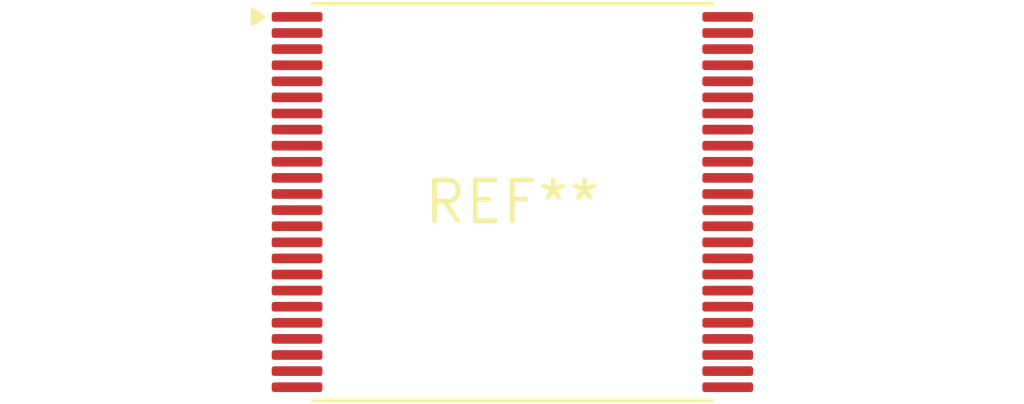
<source format=kicad_pcb>
(kicad_pcb (version 20240108) (generator pcbnew)
  (layers (0 "F.Cu" signal) (31 "B.Cu" signal) (34 "B.Paste" user) (35 "F.Paste" user) (36 "B.SilkS" user "B.Silkscreen") (37 "F.SilkS" user "F.Silkscreen") (38 "B.Mask" user) (39 "F.Mask" user) (44 "Edge.Cuts" user))
  (net 0 "")
  (footprint "TSOP-I-48_12.4x12mm_P0.5mm" (layer "F.Cu") (at 0 0)
    (property "Reference" "REF**")
    (property "Value" "TSOP-I-48_12.4x12mm_P0.5mm")
    (fp_line (start 0 -6.16) (end -6.2 -6.16) (layer "F.SilkS") (stroke (width 0.12)))
    (fp_line (start 0 -6.16) (end 6.2 -6.16) (layer "F.SilkS") (stroke (width 0.12)))
    (fp_line (start 0 6.16) (end -6.2 6.16) (layer "F.SilkS") (stroke (width 0.12)))
    (fp_line (start 0 6.16) (end 6.2 6.16) (layer "F.SilkS") (stroke (width 0.12)))
    (fp_poly (pts (xy -7.735 -5.75) (xy -8.065 -5.99) (xy -8.065 -5.51) (xy -7.735 -5.75)) (layer "F.SilkS") (stroke (width 0.12)) (fill solid))
    (pad "1" smd roundrect (at -6.6875 -5.75) (size 1.575 0.3) (layers "F.Cu" "F.Paste" "F.Mask"))
    (pad "2" smd roundrect (at -6.6875 -5.25) (size 1.575 0.3) (layers "F.Cu" "F.Paste" "F.Mask"))
    (pad "3" smd roundrect (at -6.6875 -4.75) (size 1.575 0.3) (layers "F.Cu" "F.Paste" "F.Mask"))
    (pad "4" smd roundrect (at -6.6875 -4.25) (size 1.575 0.3) (layers "F.Cu" "F.Paste" "F.Mask"))
    (pad "5" smd roundrect (at -6.6875 -3.75) (size 1.575 0.3) (layers "F.Cu" "F.Paste" "F.Mask"))
    (pad "6" smd roundrect (at -6.6875 -3.25) (size 1.575 0.3) (layers "F.Cu" "F.Paste" "F.Mask"))
    (pad "7" smd roundrect (at -6.6875 -2.75) (size 1.575 0.3) (layers "F.Cu" "F.Paste" "F.Mask"))
    (pad "8" smd roundrect (at -6.6875 -2.25) (size 1.575 0.3) (layers "F.Cu" "F.Paste" "F.Mask"))
    (pad "9" smd roundrect (at -6.6875 -1.75) (size 1.575 0.3) (layers "F.Cu" "F.Paste" "F.Mask"))
    (pad "10" smd roundrect (at -6.6875 -1.25) (size 1.575 0.3) (layers "F.Cu" "F.Paste" "F.Mask"))
    (pad "11" smd roundrect (at -6.6875 -0.75) (size 1.575 0.3) (layers "F.Cu" "F.Paste" "F.Mask"))
    (pad "12" smd roundrect (at -6.6875 -0.25) (size 1.575 0.3) (layers "F.Cu" "F.Paste" "F.Mask"))
    (pad "13" smd roundrect (at -6.6875 0.25) (size 1.575 0.3) (layers "F.Cu" "F.Paste" "F.Mask"))
    (pad "14" smd roundrect (at -6.6875 0.75) (size 1.575 0.3) (layers "F.Cu" "F.Paste" "F.Mask"))
    (pad "15" smd roundrect (at -6.6875 1.25) (size 1.575 0.3) (layers "F.Cu" "F.Paste" "F.Mask"))
    (pad "16" smd roundrect (at -6.6875 1.75) (size 1.575 0.3) (layers "F.Cu" "F.Paste" "F.Mask"))
    (pad "17" smd roundrect (at -6.6875 2.25) (size 1.575 0.3) (layers "F.Cu" "F.Paste" "F.Mask"))
    (pad "18" smd roundrect (at -6.6875 2.75) (size 1.575 0.3) (layers "F.Cu" "F.Paste" "F.Mask"))
    (pad "19" smd roundrect (at -6.6875 3.25) (size 1.575 0.3) (layers "F.Cu" "F.Paste" "F.Mask"))
    (pad "20" smd roundrect (at -6.6875 3.75) (size 1.575 0.3) (layers "F.Cu" "F.Paste" "F.Mask"))
    (pad "21" smd roundrect (at -6.6875 4.25) (size 1.575 0.3) (layers "F.Cu" "F.Paste" "F.Mask"))
    (pad "22" smd roundrect (at -6.6875 4.75) (size 1.575 0.3) (layers "F.Cu" "F.Paste" "F.Mask"))
    (pad "23" smd roundrect (at -6.6875 5.25) (size 1.575 0.3) (layers "F.Cu" "F.Paste" "F.Mask"))
    (pad "24" smd roundrect (at -6.6875 5.75) (size 1.575 0.3) (layers "F.Cu" "F.Paste" "F.Mask"))
    (pad "25" smd roundrect (at 6.6875 5.75) (size 1.575 0.3) (layers "F.Cu" "F.Paste" "F.Mask"))
    (pad "26" smd roundrect (at 6.6875 5.25) (size 1.575 0.3) (layers "F.Cu" "F.Paste" "F.Mask"))
    (pad "27" smd roundrect (at 6.6875 4.75) (size 1.575 0.3) (layers "F.Cu" "F.Paste" "F.Mask"))
    (pad "28" smd roundrect (at 6.6875 4.25) (size 1.575 0.3) (layers "F.Cu" "F.Paste" "F.Mask"))
    (pad "29" smd roundrect (at 6.6875 3.75) (size 1.575 0.3) (layers "F.Cu" "F.Paste" "F.Mask"))
    (pad "30" smd roundrect (at 6.6875 3.25) (size 1.575 0.3) (layers "F.Cu" "F.Paste" "F.Mask"))
    (pad "31" smd roundrect (at 6.6875 2.75) (size 1.575 0.3) (layers "F.Cu" "F.Paste" "F.Mask"))
    (pad "32" smd roundrect (at 6.6875 2.25) (size 1.575 0.3) (layers "F.Cu" "F.Paste" "F.Mask"))
    (pad "33" smd roundrect (at 6.6875 1.75) (size 1.575 0.3) (layers "F.Cu" "F.Paste" "F.Mask"))
    (pad "34" smd roundrect (at 6.6875 1.25) (size 1.575 0.3) (layers "F.Cu" "F.Paste" "F.Mask"))
    (pad "35" smd roundrect (at 6.6875 0.75) (size 1.575 0.3) (layers "F.Cu" "F.Paste" "F.Mask"))
    (pad "36" smd roundrect (at 6.6875 0.25) (size 1.575 0.3) (layers "F.Cu" "F.Paste" "F.Mask"))
    (pad "37" smd roundrect (at 6.6875 -0.25) (size 1.575 0.3) (layers "F.Cu" "F.Paste" "F.Mask"))
    (pad "38" smd roundrect (at 6.6875 -0.75) (size 1.575 0.3) (layers "F.Cu" "F.Paste" "F.Mask"))
    (pad "39" smd roundrect (at 6.6875 -1.25) (size 1.575 0.3) (layers "F.Cu" "F.Paste" "F.Mask"))
    (pad "40" smd roundrect (at 6.6875 -1.75) (size 1.575 0.3) (layers "F.Cu" "F.Paste" "F.Mask"))
    (pad "41" smd roundrect (at 6.6875 -2.25) (size 1.575 0.3) (layers "F.Cu" "F.Paste" "F.Mask"))
    (pad "42" smd roundrect (at 6.6875 -2.75) (size 1.575 0.3) (layers "F.Cu" "F.Paste" "F.Mask"))
    (pad "43" smd roundrect (at 6.6875 -3.25) (size 1.575 0.3) (layers "F.Cu" "F.Paste" "F.Mask"))
    (pad "44" smd roundrect (at 6.6875 -3.75) (size 1.575 0.3) (layers "F.Cu" "F.Paste" "F.Mask"))
    (pad "45" smd roundrect (at 6.6875 -4.25) (size 1.575 0.3) (layers "F.Cu" "F.Paste" "F.Mask"))
    (pad "46" smd roundrect (at 6.6875 -4.75) (size 1.575 0.3) (layers "F.Cu" "F.Paste" "F.Mask"))
    (pad "47" smd roundrect (at 6.6875 -5.25) (size 1.575 0.3) (layers "F.Cu" "F.Paste" "F.Mask"))
    (pad "48" smd roundrect (at 6.6875 -5.75) (size 1.575 0.3) (layers "F.Cu" "F.Paste" "F.Mask"))
  )
)
</source>
